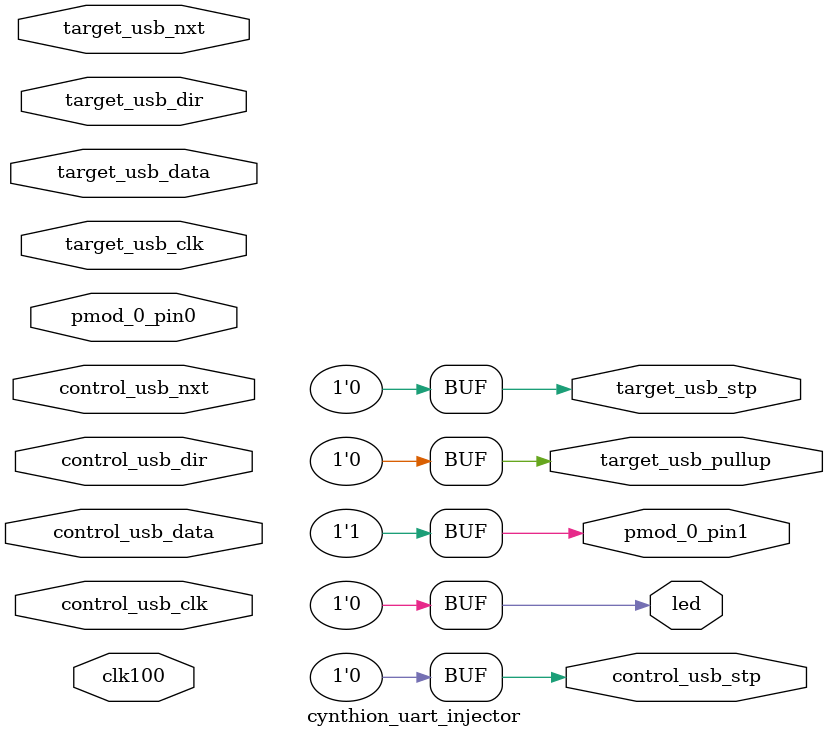
<source format=v>

module cynthion_uart_injector(
    // Top-level ports
    input  wire       clk100,              // 100MHz input clock
    input  wire       pmod_0_pin0,         // UART RX
    output wire       pmod_0_pin1,         // UART TX
    
    // Target USB interface (J2 - Host PC side)
    inout  wire [3:0] target_usb_data,     // ULPI data bus
    input  wire       target_usb_clk,      // ULPI clock
    output wire       target_usb_stp,      // ULPI stop
    input  wire       target_usb_dir,      // ULPI direction
    input  wire       target_usb_nxt,      // ULPI next
    output wire       target_usb_pullup,   // USB pullup control
    
    // Control USB interface (J3 - Device side)
    inout  wire [3:0] control_usb_data,    // ULPI data bus
    input  wire       control_usb_clk,     // ULPI clock
    output wire       control_usb_stp,     // ULPI stop
    input  wire       control_usb_dir,     // ULPI direction
    input  wire       control_usb_nxt,     // ULPI next
    
    // Status indicators
    output wire       led                  // Status LED
);

    // Clock domains would be generated here
    wire clk_60mhz;  // sync domain (60 MHz)
    wire clk_48mhz;  // usb domain (48 MHz)
    wire pll_locked;
    
    // PLL instantiation would go here
    // This would be replaced with actual ECP5 PLL instance
    
    // Passthrough/injection logic would be instantiated here
    
    // In the real implementation, this would contain:
    // 1. PLL for clock generation
    // 2. UART receiver for commands
    // 3. USB passthrough logic with packet injection
    
    // For simulation purposes
    assign led = 1'b0;
    assign target_usb_stp = 1'b0;
    assign control_usb_stp = 1'b0;
    assign pmod_0_pin1 = 1'b1;  // UART TX idle
    assign target_usb_pullup = 1'b0;

endmodule

</source>
